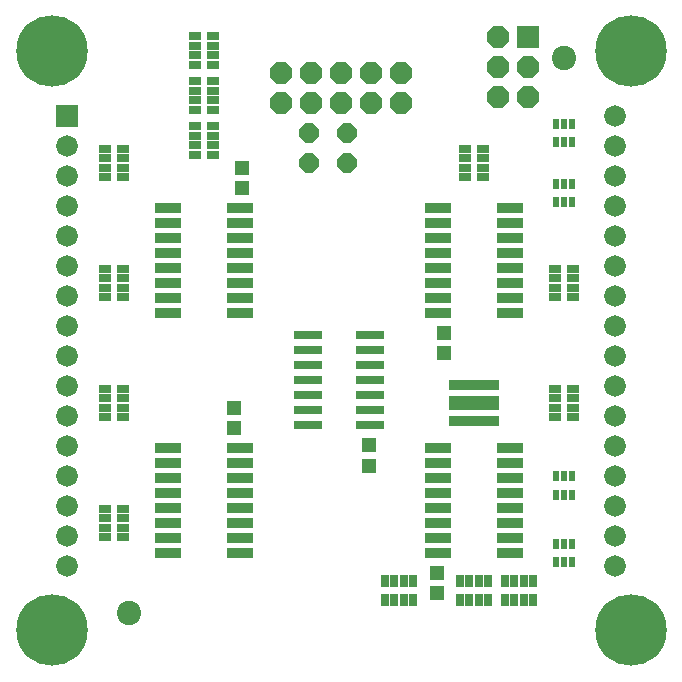
<source format=gts>
G75*
%MOIN*%
%OFA0B0*%
%FSLAX24Y24*%
%IPPOS*%
%LPD*%
%AMOC8*
5,1,8,0,0,1.08239X$1,22.5*
%
%ADD10R,0.0720X0.0720*%
%ADD11C,0.0720*%
%ADD12OC8,0.0720*%
%ADD13R,0.0474X0.0513*%
%ADD14OC8,0.0640*%
%ADD15C,0.2380*%
%ADD16C,0.0812*%
%ADD17R,0.0434X0.0277*%
%ADD18R,0.0946X0.0316*%
%ADD19R,0.0880X0.0340*%
%ADD20R,0.0198X0.0356*%
%ADD21R,0.0277X0.0434*%
%ADD22R,0.1694X0.0356*%
%ADD23R,0.1694X0.0474*%
D10*
X002901Y019534D03*
X018243Y022153D03*
D11*
X021168Y019534D03*
X021168Y018534D03*
X021168Y017534D03*
X021168Y016534D03*
X021168Y015534D03*
X021168Y014534D03*
X021168Y013534D03*
X021168Y012534D03*
X021168Y011534D03*
X021168Y010534D03*
X021168Y009534D03*
X021168Y008534D03*
X021168Y007534D03*
X021168Y006534D03*
X021168Y005534D03*
X021168Y004534D03*
X002901Y004534D03*
X002901Y005534D03*
X002901Y006534D03*
X002901Y007534D03*
X002901Y008534D03*
X002901Y009534D03*
X002901Y010534D03*
X002901Y011534D03*
X002901Y012534D03*
X002901Y013534D03*
X002901Y014534D03*
X002901Y015534D03*
X002901Y016534D03*
X002901Y017534D03*
X002901Y018534D03*
D12*
X010034Y019968D03*
X010034Y020968D03*
X011034Y020968D03*
X011034Y019968D03*
X012034Y019968D03*
X012034Y020968D03*
X013034Y020968D03*
X014034Y020968D03*
X014034Y019968D03*
X013034Y019968D03*
X017243Y020153D03*
X017243Y021153D03*
X017243Y022153D03*
X018243Y021153D03*
X018243Y020153D03*
D13*
X015458Y012292D03*
X015458Y011623D03*
X012958Y008542D03*
X012958Y007873D03*
X015208Y004292D03*
X015208Y003623D03*
X008458Y009123D03*
X008458Y009792D03*
X008708Y017123D03*
X008708Y017792D03*
D14*
X010958Y017958D03*
X010958Y018958D03*
X012208Y018958D03*
X012208Y017958D03*
D15*
X002389Y002389D03*
X002389Y021680D03*
X021680Y021680D03*
X021680Y002389D03*
D16*
X004958Y002958D03*
X019458Y021458D03*
D17*
X016773Y018430D03*
X016773Y018115D03*
X016773Y017800D03*
X016773Y017485D03*
X016143Y017485D03*
X016143Y017800D03*
X016143Y018115D03*
X016143Y018430D03*
X019143Y014430D03*
X019143Y014115D03*
X019143Y013800D03*
X019143Y013485D03*
X019773Y013485D03*
X019773Y013800D03*
X019773Y014115D03*
X019773Y014430D03*
X019773Y010430D03*
X019773Y010115D03*
X019773Y009800D03*
X019773Y009485D03*
X019143Y009485D03*
X019143Y009800D03*
X019143Y010115D03*
X019143Y010430D03*
X007773Y018235D03*
X007773Y018550D03*
X007773Y018865D03*
X007773Y019180D03*
X007773Y019735D03*
X007773Y020050D03*
X007773Y020365D03*
X007773Y020680D03*
X007773Y021235D03*
X007773Y021550D03*
X007773Y021865D03*
X007773Y022180D03*
X007143Y022180D03*
X007143Y021865D03*
X007143Y021550D03*
X007143Y021235D03*
X007143Y020680D03*
X007143Y020365D03*
X007143Y020050D03*
X007143Y019735D03*
X007143Y019180D03*
X007143Y018865D03*
X007143Y018550D03*
X007143Y018235D03*
X004773Y018115D03*
X004773Y018430D03*
X004143Y018430D03*
X004143Y018115D03*
X004143Y017800D03*
X004143Y017485D03*
X004773Y017485D03*
X004773Y017800D03*
X004773Y014430D03*
X004773Y014115D03*
X004773Y013800D03*
X004773Y013485D03*
X004143Y013485D03*
X004143Y013800D03*
X004143Y014115D03*
X004143Y014430D03*
X004143Y010430D03*
X004143Y010115D03*
X004143Y009800D03*
X004143Y009485D03*
X004773Y009485D03*
X004773Y009800D03*
X004773Y010115D03*
X004773Y010430D03*
X004773Y006430D03*
X004773Y006115D03*
X004773Y005800D03*
X004773Y005485D03*
X004143Y005485D03*
X004143Y005800D03*
X004143Y006115D03*
X004143Y006430D03*
D18*
X010934Y009208D03*
X010934Y009708D03*
X010934Y010208D03*
X010934Y010708D03*
X010934Y011208D03*
X010934Y011708D03*
X010934Y012208D03*
X012981Y012208D03*
X012981Y011708D03*
X012981Y011208D03*
X012981Y010708D03*
X012981Y010208D03*
X012981Y009708D03*
X012981Y009208D03*
D19*
X015248Y008458D03*
X015248Y007958D03*
X015248Y007458D03*
X015248Y006958D03*
X015248Y006458D03*
X015248Y005958D03*
X015248Y005458D03*
X015248Y004958D03*
X017668Y004958D03*
X017668Y005458D03*
X017668Y005958D03*
X017668Y006458D03*
X017668Y006958D03*
X017668Y007458D03*
X017668Y007958D03*
X017668Y008458D03*
X017668Y012958D03*
X017668Y013458D03*
X017668Y013958D03*
X017668Y014458D03*
X017668Y014958D03*
X017668Y015458D03*
X017668Y015958D03*
X017668Y016458D03*
X015248Y016458D03*
X015248Y015958D03*
X015248Y015458D03*
X015248Y014958D03*
X015248Y014458D03*
X015248Y013958D03*
X015248Y013458D03*
X015248Y012958D03*
X008668Y012958D03*
X008668Y013458D03*
X008668Y013958D03*
X008668Y014458D03*
X008668Y014958D03*
X008668Y015458D03*
X008668Y015958D03*
X008668Y016458D03*
X006248Y016458D03*
X006248Y015958D03*
X006248Y015458D03*
X006248Y014958D03*
X006248Y014458D03*
X006248Y013958D03*
X006248Y013458D03*
X006248Y012958D03*
X006248Y008458D03*
X006248Y007958D03*
X006248Y007458D03*
X006248Y006958D03*
X006248Y006458D03*
X006248Y005958D03*
X006248Y005458D03*
X006248Y004958D03*
X008668Y004958D03*
X008668Y005458D03*
X008668Y005958D03*
X008668Y006458D03*
X008668Y006958D03*
X008668Y007458D03*
X008668Y007958D03*
X008668Y008458D03*
D20*
X019202Y007523D03*
X019458Y007523D03*
X019714Y007523D03*
X019714Y006893D03*
X019458Y006893D03*
X019202Y006893D03*
X019202Y005273D03*
X019458Y005273D03*
X019714Y005273D03*
X019714Y004643D03*
X019458Y004643D03*
X019202Y004643D03*
X019202Y016643D03*
X019458Y016643D03*
X019714Y016643D03*
X019714Y017273D03*
X019458Y017273D03*
X019202Y017273D03*
X019202Y018643D03*
X019458Y018643D03*
X019714Y018643D03*
X019714Y019273D03*
X019458Y019273D03*
X019202Y019273D03*
D21*
X018430Y004023D03*
X018115Y004023D03*
X017800Y004023D03*
X017485Y004023D03*
X016930Y004023D03*
X016615Y004023D03*
X016300Y004023D03*
X015985Y004023D03*
X015985Y003393D03*
X016300Y003393D03*
X016615Y003393D03*
X016930Y003393D03*
X017485Y003393D03*
X017800Y003393D03*
X018115Y003393D03*
X018430Y003393D03*
X014430Y003393D03*
X014115Y003393D03*
X013800Y003393D03*
X013485Y003393D03*
X013485Y004023D03*
X013800Y004023D03*
X014115Y004023D03*
X014430Y004023D03*
D22*
X016458Y009367D03*
X016458Y010548D03*
D23*
X016458Y009958D03*
M02*

</source>
